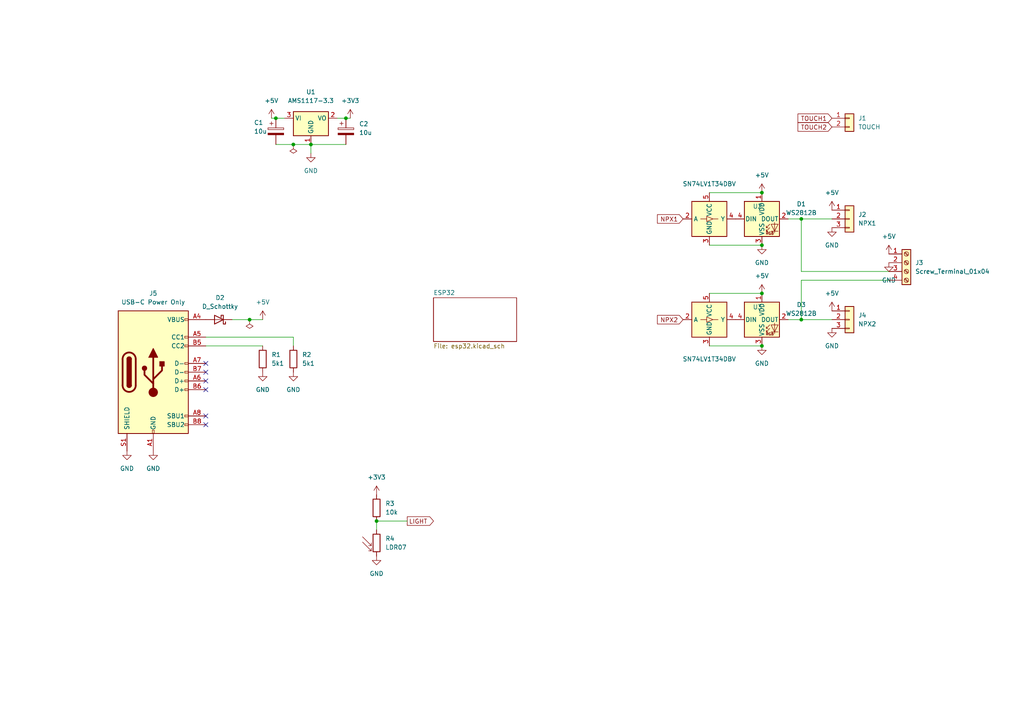
<source format=kicad_sch>
(kicad_sch (version 20230121) (generator eeschema)
  (paper "A4")
  (lib_symbols
    (symbol "Connector:Screw_Terminal_01x04" (pin_names (offset 1.016) hide)
      (property "Reference" "J" (at 0 5.08 0))
      (property "Value" "Screw_Terminal_01x04" (at 0 -7.62 0))
      (symbol "Screw_Terminal_01x04_1_1"
        (rectangle (start -1.27 3.81) (end 1.27 -6.35) (stroke (width 0.254)) (fill (type background)))
        (circle (center 0 -5.08) (radius 0.635) (stroke (width 0.1524)))
        (circle (center 0 -2.54) (radius 0.635) (stroke (width 0.1524)))
        (polyline (pts (xy -0.5334 -4.7498) (xy 0.3302 -5.588)) (stroke (width 0.1524)))
        (polyline (pts (xy -0.5334 -2.2098) (xy 0.3302 -3.048)) (stroke (width 0.1524)))
        (polyline (pts (xy -0.5334 0.3302) (xy 0.3302 -0.508)) (stroke (width 0.1524)))
        (polyline (pts (xy -0.5334 2.8702) (xy 0.3302 2.032)) (stroke (width 0.1524)))
        (polyline (pts (xy -0.3556 -4.572) (xy 0.508 -5.4102)) (stroke (width 0.1524)))
        (polyline (pts (xy -0.3556 -2.032) (xy 0.508 -2.8702)) (stroke (width 0.1524)))
        (polyline (pts (xy -0.3556 0.508) (xy 0.508 -0.3302)) (stroke (width 0.1524)))
        (polyline (pts (xy -0.3556 3.048) (xy 0.508 2.2098)) (stroke (width 0.1524)))
        (circle (center 0 0) (radius 0.635) (stroke (width 0.1524)))
        (circle (center 0 2.54) (radius 0.635) (stroke (width 0.1524)))
        (pin passive line (at -5.08 2.54 0) (length 3.81) (name "Pin_1") (number "1"))
        (pin passive line (at -5.08 0 0) (length 3.81) (name "Pin_2") (number "2"))
        (pin passive line (at -5.08 -2.54 0) (length 3.81) (name "Pin_3") (number "3"))
        (pin passive line (at -5.08 -5.08 0) (length 3.81) (name "Pin_4") (number "4"))
      )
    )
    (symbol "Connector:USB_C_Receptacle_USB2.0" (pin_names (offset 1.016))
      (property "Reference" "J" (at -10.16 19.05 0))
      (property "Value" "USB_C_Receptacle_USB2.0" (at 19.05 19.05 0))
      (symbol "USB_C_Receptacle_USB2.0_0_0"
        (rectangle (start -0.254 -17.78) (end 0.254 -16.764))
        (rectangle (start 10.16 -14.986) (end 9.144 -15.494))
        (rectangle (start 10.16 -12.446) (end 9.144 -12.954))
        (rectangle (start 10.16 -4.826) (end 9.144 -5.334))
        (rectangle (start 10.16 -2.286) (end 9.144 -2.794))
        (rectangle (start 10.16 0.254) (end 9.144 -0.254))
        (rectangle (start 10.16 2.794) (end 9.144 2.286))
        (rectangle (start 10.16 7.874) (end 9.144 7.366))
        (rectangle (start 10.16 10.414) (end 9.144 9.906))
        (rectangle (start 10.16 15.494) (end 9.144 14.986))
      )
      (symbol "USB_C_Receptacle_USB2.0_0_1"
        (rectangle (start -10.16 17.78) (end 10.16 -17.78) (stroke (width 0.254)) (fill (type background)))
        (arc (start -8.89 -3.81) (mid -6.985 -5.7067) (end -5.08 -3.81) (stroke (width 0.508)))
        (arc (start -7.62 -3.81) (mid -6.985 -4.4423) (end -6.35 -3.81) (stroke (width 0.254)))
        (arc (start -7.62 -3.81) (mid -6.985 -4.4423) (end -6.35 -3.81) (stroke (width 0.254)) (fill (type outline)))
        (rectangle (start -7.62 -3.81) (end -6.35 3.81) (stroke (width 0.254)) (fill (type outline)))
        (arc (start -6.35 3.81) (mid -6.985 4.4423) (end -7.62 3.81) (stroke (width 0.254)))
        (arc (start -6.35 3.81) (mid -6.985 4.4423) (end -7.62 3.81) (stroke (width 0.254)) (fill (type outline)))
        (arc (start -5.08 3.81) (mid -6.985 5.7067) (end -8.89 3.81) (stroke (width 0.508)))
        (circle (center -2.54 1.143) (radius 0.635) (stroke (width 0.254)) (fill (type outline)))
        (circle (center 0 -5.842) (radius 1.27) (fill (type outline)))
        (polyline (pts (xy -8.89 -3.81) (xy -8.89 3.81)) (stroke (width 0.508)))
        (polyline (pts (xy -5.08 3.81) (xy -5.08 -3.81)) (stroke (width 0.508)))
        (polyline (pts (xy 0 -5.842) (xy 0 4.318)) (stroke (width 0.508)))
        (polyline (pts (xy 0 -3.302) (xy -2.54 -0.762) (xy -2.54 0.508)) (stroke (width 0.508)))
        (polyline (pts (xy 0 -2.032) (xy 2.54 0.508) (xy 2.54 1.778)) (stroke (width 0.508)))
        (polyline (pts (xy -1.27 4.318) (xy 0 6.858) (xy 1.27 4.318) (xy -1.27 4.318)) (stroke (width 0.254)) (fill (type outline)))
        (rectangle (start 1.905 1.778) (end 3.175 3.048) (stroke (width 0.254)) (fill (type outline)))
      )
      (symbol "USB_C_Receptacle_USB2.0_1_1"
        (pin passive line (at 0 -22.86 90) (length 5.08) (name "GND") (number "A1"))
        (pin passive line (at 0 -22.86 90) (length 5.08) hide (name "GND") (number "A12"))
        (pin passive line (at 15.24 15.24 180) (length 5.08) (name "VBUS") (number "A4"))
        (pin bidirectional line (at 15.24 10.16 180) (length 5.08) (name "CC1") (number "A5"))
        (pin bidirectional line (at 15.24 -2.54 180) (length 5.08) (name "D+") (number "A6"))
        (pin bidirectional line (at 15.24 2.54 180) (length 5.08) (name "D-") (number "A7"))
        (pin bidirectional line (at 15.24 -12.7 180) (length 5.08) (name "SBU1") (number "A8"))
        (pin passive line (at 15.24 15.24 180) (length 5.08) hide (name "VBUS") (number "A9"))
        (pin passive line (at 0 -22.86 90) (length 5.08) hide (name "GND") (number "B1"))
        (pin passive line (at 0 -22.86 90) (length 5.08) hide (name "GND") (number "B12"))
        (pin passive line (at 15.24 15.24 180) (length 5.08) hide (name "VBUS") (number "B4"))
        (pin bidirectional line (at 15.24 7.62 180) (length 5.08) (name "CC2") (number "B5"))
        (pin bidirectional line (at 15.24 -5.08 180) (length 5.08) (name "D+") (number "B6"))
        (pin bidirectional line (at 15.24 0 180) (length 5.08) (name "D-") (number "B7"))
        (pin bidirectional line (at 15.24 -15.24 180) (length 5.08) (name "SBU2") (number "B8"))
        (pin passive line (at 15.24 15.24 180) (length 5.08) hide (name "VBUS") (number "B9"))
        (pin passive line (at -7.62 -22.86 90) (length 5.08) (name "SHIELD") (number "S1"))
      )
    )
    (symbol "Connector_Generic:Conn_01x02" (pin_names (offset 1.016) hide)
      (property "Reference" "J" (at 0 2.54 0))
      (property "Value" "Conn_01x02" (at 0 -5.08 0))
      (symbol "Conn_01x02_1_1"
        (rectangle (start -1.27 -2.413) (end 0 -2.667) (stroke (width 0.1524)))
        (rectangle (start -1.27 0.127) (end 0 -0.127) (stroke (width 0.1524)))
        (rectangle (start -1.27 1.27) (end 1.27 -3.81) (stroke (width 0.254)) (fill (type background)))
        (pin passive line (at -5.08 0 0) (length 3.81) (name "Pin_1") (number "1"))
        (pin passive line (at -5.08 -2.54 0) (length 3.81) (name "Pin_2") (number "2"))
      )
    )
    (symbol "Connector_Generic:Conn_01x03" (pin_names (offset 1.016) hide)
      (property "Reference" "J" (at 0 5.08 0))
      (property "Value" "Conn_01x03" (at 0 -5.08 0))
      (symbol "Conn_01x03_1_1"
        (rectangle (start -1.27 -2.413) (end 0 -2.667) (stroke (width 0.1524)))
        (rectangle (start -1.27 0.127) (end 0 -0.127) (stroke (width 0.1524)))
        (rectangle (start -1.27 2.667) (end 0 2.413) (stroke (width 0.1524)))
        (rectangle (start -1.27 3.81) (end 1.27 -3.81) (stroke (width 0.254)) (fill (type background)))
        (pin passive line (at -5.08 2.54 0) (length 3.81) (name "Pin_1") (number "1"))
        (pin passive line (at -5.08 0 0) (length 3.81) (name "Pin_2") (number "2"))
        (pin passive line (at -5.08 -2.54 0) (length 3.81) (name "Pin_3") (number "3"))
      )
    )
    (symbol "Device:C_Polarized" (pin_numbers hide) (pin_names (offset 0.254))
      (property "Reference" "C" (at 0.635 2.54 0))
      (property "Value" "C_Polarized" (at 0.635 -2.54 0))
      (symbol "C_Polarized_0_1"
        (rectangle (start -2.286 0.508) (end 2.286 1.016))
        (polyline (pts (xy -1.778 2.286) (xy -0.762 2.286)))
        (polyline (pts (xy -1.27 2.794) (xy -1.27 1.778)))
        (rectangle (start 2.286 -0.508) (end -2.286 -1.016) (fill (type outline)))
      )
      (symbol "C_Polarized_1_1"
        (pin passive line (at 0 3.81 270) (length 2.794) (name "~") (number "1"))
        (pin passive line (at 0 -3.81 90) (length 2.794) (name "~") (number "2"))
      )
    )
    (symbol "Device:D_Schottky" (pin_numbers hide) (pin_names (offset 1.016) hide)
      (property "Reference" "D" (at 0 2.54 0))
      (property "Value" "D_Schottky" (at 0 -2.54 0))
      (symbol "D_Schottky_0_1"
        (polyline (pts (xy 1.27 0) (xy -1.27 0)))
        (polyline (pts (xy 1.27 1.27) (xy 1.27 -1.27) (xy -1.27 0) (xy 1.27 1.27)) (stroke (width 0.254)))
        (polyline (pts (xy -1.905 0.635) (xy -1.905 1.27) (xy -1.27 1.27) (xy -1.27 -1.27) (xy -0.635 -1.27) (xy -0.635 -0.635)) (stroke (width 0.254)))
      )
      (symbol "D_Schottky_1_1"
        (pin passive line (at -3.81 0 0) (length 2.54) (name "K") (number "1"))
        (pin passive line (at 3.81 0 180) (length 2.54) (name "A") (number "2"))
      )
    )
    (symbol "Device:R" (pin_numbers hide) (pin_names (offset 0))
      (property "Reference" "R" (at 2.032 0 90))
      (property "Value" "R" (at 0 0 90))
      (symbol "R_0_1"
        (rectangle (start -1.016 -2.54) (end 1.016 2.54) (stroke (width 0.254)))
      )
      (symbol "R_1_1"
        (pin passive line (at 0 3.81 270) (length 1.27) (name "~") (number "1"))
        (pin passive line (at 0 -3.81 90) (length 1.27) (name "~") (number "2"))
      )
    )
    (symbol "LED:WS2812B" (pin_names (offset 0.254))
      (property "Reference" "D" (at 5.08 5.715 0))
      (property "Value" "WS2812B" (at 1.27 -5.715 0))
      (symbol "WS2812B_0_0"
        (text "RGB" (at 2.286 -4.191 0) (effects (font (size 0.762 0.762))))
      )
      (symbol "WS2812B_0_1"
        (polyline (pts (xy 1.27 -3.556) (xy 1.778 -3.556)))
        (polyline (pts (xy 1.27 -2.54) (xy 1.778 -2.54)))
        (polyline (pts (xy 4.699 -3.556) (xy 2.667 -3.556)))
        (polyline (pts (xy 2.286 -2.54) (xy 1.27 -3.556) (xy 1.27 -3.048)))
        (polyline (pts (xy 2.286 -1.524) (xy 1.27 -2.54) (xy 1.27 -2.032)))
        (polyline (pts (xy 3.683 -1.016) (xy 3.683 -3.556) (xy 3.683 -4.064)))
        (polyline (pts (xy 4.699 -1.524) (xy 2.667 -1.524) (xy 3.683 -3.556) (xy 4.699 -1.524)))
        (rectangle (start 5.08 5.08) (end -5.08 -5.08) (stroke (width 0.254)) (fill (type background)))
      )
      (symbol "WS2812B_1_1"
        (pin power_in line (at 0 7.62 270) (length 2.54) (name "VDD") (number "1"))
        (pin output line (at 7.62 0 180) (length 2.54) (name "DOUT") (number "2"))
        (pin power_in line (at 0 -7.62 90) (length 2.54) (name "VSS") (number "3"))
        (pin input line (at -7.62 0 0) (length 2.54) (name "DIN") (number "4"))
      )
    )
    (symbol "Logic_LevelTranslator:SN74LV1T34DBV"
      (property "Reference" "U" (at 5.08 6.35 0))
      (property "Value" "SN74LV1T34DBV" (at 5.08 3.81 0))
      (symbol "SN74LV1T34DBV_0_1"
        (rectangle (start -5.08 5.08) (end 5.08 -5.08) (stroke (width 0.254)) (fill (type background)))
        (polyline (pts (xy -0.762 0) (xy -2.54 0)))
        (polyline (pts (xy 1.016 0) (xy 2.54 0)))
      )
      (symbol "SN74LV1T34DBV_1_1"
        (polyline (pts (xy -0.762 -0.762) (xy -0.762 0.762) (xy 1.016 0) (xy -0.762 -0.762)))
        (pin no_connect line (at -5.08 2.54 0) (length 2.54) hide (name "NC") (number "1"))
        (pin input line (at -7.62 0 0) (length 2.54) (name "A") (number "2"))
        (pin power_in line (at 0 -7.62 90) (length 2.54) (name "GND") (number "3"))
        (pin output line (at 7.62 0 180) (length 2.54) (name "Y") (number "4"))
        (pin power_in line (at 0 7.62 270) (length 2.54) (name "VCC") (number "5"))
      )
    )
    (symbol "Regulator_Linear:AMS1117-3.3"
      (property "Reference" "U" (at -3.81 3.175 0))
      (property "Value" "AMS1117-3.3" (at 0 3.175 0))
      (symbol "AMS1117-3.3_0_1"
        (rectangle (start -5.08 -5.08) (end 5.08 1.905) (stroke (width 0.254)) (fill (type background)))
      )
      (symbol "AMS1117-3.3_1_1"
        (pin power_in line (at 0 -7.62 90) (length 2.54) (name "GND") (number "1"))
        (pin power_out line (at 7.62 0 180) (length 2.54) (name "VO") (number "2"))
        (pin power_in line (at -7.62 0 0) (length 2.54) (name "VI") (number "3"))
      )
    )
    (symbol "Sensor_Optical:LDR07" (pin_numbers hide) (pin_names (offset 0))
      (property "Reference" "R" (at -5.08 0 90))
      (property "Value" "LDR07" (at 1.905 0 90))
      (symbol "LDR07_0_1"
        (rectangle (start -1.016 2.54) (end 1.016 -2.54) (stroke (width 0.254)))
        (polyline (pts (xy -1.524 -2.286) (xy -4.064 0.254)))
        (polyline (pts (xy -1.524 -2.286) (xy -2.286 -2.286)))
        (polyline (pts (xy -1.524 -2.286) (xy -1.524 -1.524)))
        (polyline (pts (xy -1.524 -0.762) (xy -4.064 1.778)))
        (polyline (pts (xy -1.524 -0.762) (xy -2.286 -0.762)))
        (polyline (pts (xy -1.524 -0.762) (xy -1.524 0)))
      )
      (symbol "LDR07_1_1"
        (pin passive line (at 0 3.81 270) (length 1.27) (name "~") (number "1"))
        (pin passive line (at 0 -3.81 90) (length 1.27) (name "~") (number "2"))
      )
    )
    (symbol "power:+3V3" (power) (pin_names (offset 0))
      (property "Value" "+3V3" (at 0 3.556 0))
      (symbol "+3V3_0_1"
        (polyline (pts (xy -0.762 1.27) (xy 0 2.54)))
        (polyline (pts (xy 0 0) (xy 0 2.54)))
        (polyline (pts (xy 0 2.54) (xy 0.762 1.27)))
      )
      (symbol "+3V3_1_1"
        (pin power_in line (at 0 0 90) (length 0) hide (name "+3V3") (number "1"))
      )
    )
    (symbol "power:+5V" (power) (pin_names (offset 0))
      (property "Value" "+5V" (at 0 3.556 0))
      (symbol "+5V_0_1"
        (polyline (pts (xy -0.762 1.27) (xy 0 2.54)))
        (polyline (pts (xy 0 0) (xy 0 2.54)))
        (polyline (pts (xy 0 2.54) (xy 0.762 1.27)))
      )
      (symbol "+5V_1_1"
        (pin power_in line (at 0 0 90) (length 0) hide (name "+5V") (number "1"))
      )
    )
    (symbol "power:GND" (power) (pin_names (offset 0))
      (property "Value" "GND" (at 0 -3.81 0))
      (symbol "GND_0_1"
        (polyline (pts (xy 0 0) (xy 0 -1.27) (xy 1.27 -1.27) (xy 0 -2.54) (xy -1.27 -1.27) (xy 0 -1.27)))
      )
      (symbol "GND_1_1"
        (pin power_in line (at 0 0 270) (length 0) hide (name "GND") (number "1"))
      )
    )
    (symbol "power:PWR_FLAG" (power) (pin_numbers hide) (pin_names (offset 0) hide)
      (property "Value" "PWR_FLAG" (at 0 3.81 0))
      (symbol "PWR_FLAG_0_0"
        (pin power_out line (at 0 0 90) (length 0) (name "pwr") (number "1"))
      )
      (symbol "PWR_FLAG_0_1"
        (polyline (pts (xy 0 0) (xy 0 1.27) (xy -1.016 1.905) (xy 0 2.54) (xy 1.016 1.905) (xy 0 1.27)))
      )
    )
  )
  (junction (at 90.17 41.91))
  (junction (at 220.98 85.09))
  (junction (at 109.22 151.13))
  (junction (at 72.39 92.71))
  (junction (at 232.41 63.5))
  (junction (at 220.98 55.88))
  (junction (at 220.98 100.33))
  (junction (at 80.01 34.29))
  (junction (at 220.98 71.12))
  (junction (at 232.41 92.71))
  (junction (at 85.09 41.91))
  (junction (at 100.33 34.29))
  (no_connect (at 59.69 110.49))
  (no_connect (at 59.69 105.41))
  (no_connect (at 59.69 107.95))
  (no_connect (at 59.69 123.19))
  (no_connect (at 59.69 113.03))
  (no_connect (at 59.69 120.65))
  (wire (pts (xy 59.69 100.33) (xy 76.2 100.33)))
  (wire (pts (xy 67.31 92.71) (xy 72.39 92.71)))
  (wire (pts (xy 228.6 92.71) (xy 232.41 92.71)))
  (wire (pts (xy 100.33 34.29) (xy 101.6 34.29)))
  (wire (pts (xy 232.41 78.74) (xy 257.81 78.74)))
  (wire (pts (xy 228.6 63.5) (xy 232.41 63.5)))
  (wire (pts (xy 232.41 92.71) (xy 232.41 81.28)))
  (wire (pts (xy 109.22 151.13) (xy 118.11 151.13)))
  (wire (pts (xy 59.69 97.79) (xy 85.09 97.79)))
  (wire (pts (xy 232.41 63.5) (xy 232.41 78.74)))
  (wire (pts (xy 232.41 81.28) (xy 257.81 81.28)))
  (wire (pts (xy 205.74 55.88) (xy 220.98 55.88)))
  (wire (pts (xy 232.41 92.71) (xy 241.3 92.71)))
  (wire (pts (xy 80.01 34.29) (xy 82.55 34.29)))
  (wire (pts (xy 80.01 41.91) (xy 85.09 41.91)))
  (wire (pts (xy 85.09 41.91) (xy 90.17 41.91)))
  (wire (pts (xy 232.41 63.5) (xy 241.3 63.5)))
  (wire (pts (xy 85.09 97.79) (xy 85.09 100.33)))
  (wire (pts (xy 72.39 92.71) (xy 76.2 92.71)))
  (wire (pts (xy 109.22 151.13) (xy 109.22 153.67)))
  (wire (pts (xy 90.17 41.91) (xy 90.17 44.45)))
  (wire (pts (xy 205.74 85.09) (xy 220.98 85.09)))
  (wire (pts (xy 78.74 34.29) (xy 80.01 34.29)))
  (wire (pts (xy 205.74 100.33) (xy 220.98 100.33)))
  (wire (pts (xy 90.17 41.91) (xy 100.33 41.91)))
  (wire (pts (xy 97.79 34.29) (xy 100.33 34.29)))
  (wire (pts (xy 205.74 71.12) (xy 220.98 71.12)))
  (global_label "TOUCH1" (shape input) (at 241.3 34.29 180) (property "Intersheetrefs" "${INTERSHEET_REFS}" (effects hide)))
  (global_label "TOUCH2" (shape input) (at 241.3 36.83 180) (property "Intersheetrefs" "${INTERSHEET_REFS}" (effects hide)))
  (global_label "NPX2" (shape input) (at 198.12 92.71 180) (property "Intersheetrefs" "${INTERSHEET_REFS}" (effects hide)))
  (global_label "NPX1" (shape input) (at 198.12 63.5 180) (property "Intersheetrefs" "${INTERSHEET_REFS}" (effects hide)))
  (global_label "LIGHT" (shape output) (at 118.11 151.13 0) (property "Intersheetrefs" "${INTERSHEET_REFS}" (effects hide)))
  (symbol (lib_id "LED:WS2812B") (at 220.98 63.5 0) (unit 1)
    (property "Reference" "D1" (at 232.41 59.1693 0))
    (property "Value" "WS2812B" (at 232.41 61.7093 0))
    (property "Footprint" "LED_SMD:LED_WS2812B_PLCC4_5.0x5.0mm_P3.2mm" (effects hide))
    (property "Datasheet" "https://cdn-shop.adafruit.com/datasheets/WS2812B.pdf" (effects hide))
    (property "LCSC" "C2761795" (effects hide))
  )
  (symbol (lib_id "power:GND") (at 109.22 161.29 0) (unit 1)
    (property "Reference" "#PWR020" (effects hide))
    (property "Value" "GND" (at 109.22 166.37 0))
  )
  (symbol (lib_id "power:GND") (at 44.45 130.81 0) (unit 1)
    (property "Reference" "#PWR018" (effects hide))
    (property "Value" "GND" (at 44.45 135.89 0))
  )
  (symbol (lib_id "Regulator_Linear:AMS1117-3.3") (at 90.17 34.29 0) (unit 1)
    (property "Reference" "U1" (at 90.17 26.67 0))
    (property "Value" "AMS1117-3.3" (at 90.17 29.21 0))
    (property "Footprint" "Package_TO_SOT_SMD:SOT-223-3_TabPin2" (effects hide))
    (property "Datasheet" "http://www.advanced-monolithic.com/pdf/ds1117.pdf" (effects hide))
    (property "LCSC" "C6186" (effects hide))
    (property "JLCPCB_CORRECTION" "0; 0; 180" (effects hide))
  )
  (symbol (lib_id "Device:R") (at 85.09 104.14 0) (unit 1)
    (property "Reference" "R2" (at 87.63 102.8699 0) (effects (justify left)))
    (property "Value" "5k1" (at 87.63 105.4099 0) (effects (justify left)))
    (property "Footprint" "Resistor_SMD:R_0603_1608Metric_Pad0.98x0.95mm_HandSolder" (effects hide))
    (property "LCSC" "C23186" (effects hide))
  )
  (symbol (lib_id "power:+5V") (at 76.2 92.71 0) (unit 1)
    (property "Reference" "#PWR012" (effects hide))
    (property "Value" "+5V" (at 76.2 87.63 0))
  )
  (symbol (lib_id "Device:C_Polarized") (at 80.01 38.1 0) (unit 1)
    (property "Reference" "C1" (at 73.66 35.56 0) (effects (justify left)))
    (property "Value" "10u" (at 73.66 38.1 0) (effects (justify left)))
    (property "Footprint" "Capacitor_SMD:C_1206_3216Metric" (effects hide))
    (property "LCSC" "C13585" (effects hide))
  )
  (symbol (lib_id "power:PWR_FLAG") (at 72.39 92.71 180) (unit 1)
    (property "Reference" "#FLG02" (effects hide))
    (property "Value" "PWR_FLAG" (effects hide))
  )
  (symbol (lib_id "Device:R") (at 109.22 147.32 0) (unit 1)
    (property "Reference" "R3" (at 111.76 146.0499 0) (effects (justify left)))
    (property "Value" "10k" (at 111.76 148.5899 0) (effects (justify left)))
    (property "Footprint" "Resistor_SMD:R_0603_1608Metric_Pad0.98x0.95mm_HandSolder" (effects hide))
    (property "LCSC" "C25804" (effects hide))
  )
  (symbol (lib_id "power:PWR_FLAG") (at 85.09 41.91 180) (unit 1)
    (property "Reference" "#FLG01" (effects hide))
    (property "Value" "PWR_FLAG" (effects hide))
  )
  (symbol (lib_id "Connector:USB_C_Receptacle_USB2.0") (at 44.45 107.95 0) (unit 1)
    (property "Reference" "J5" (at 44.45 85.09 0))
    (property "Value" "USB-C Power Only" (at 44.45 87.63 0))
    (property "Footprint" "USB-C_Power_Only:USB-C_LCSC_C165948" (effects hide))
    (property "Datasheet" "https://www.usb.org/sites/default/files/documents/usb_type-c.zip" (effects hide))
    (property "LCSC" "C165948" (effects hide))
  )
  (symbol (lib_id "power:+5V") (at 220.98 85.09 0) (unit 1)
    (property "Reference" "#PWR010" (effects hide))
    (property "Value" "+5V" (at 220.98 80.01 0))
  )
  (symbol (lib_id "Connector_Generic:Conn_01x02") (at 246.38 34.29 0) (unit 1)
    (property "Reference" "J1" (at 248.92 34.2899 0) (effects (justify left)))
    (property "Value" "TOUCH" (at 248.92 36.8299 0) (effects (justify left)))
    (property "Footprint" "Power_Pads:2 x 0.2 Pads" (effects hide))
  )
  (symbol (lib_id "Logic_LevelTranslator:SN74LV1T34DBV") (at 205.74 63.5 0) (unit 1)
    (property "Reference" "U2" (at 219.71 59.8521 0))
    (property "Value" "SN74LV1T34DBV" (at 205.74 53.34 0))
    (property "Footprint" "Package_TO_SOT_SMD:SOT-23-5" (effects hide))
    (property "Datasheet" "https://www.ti.com/lit/ds/symlink/sn74lv1t34.pdf" (effects hide))
    (property "LCSC" "C100024" (effects hide))
  )
  (symbol (lib_id "power:+5V") (at 241.3 60.96 0) (unit 1)
    (property "Reference" "#PWR05" (effects hide))
    (property "Value" "+5V" (at 241.3 55.88 0))
  )
  (symbol (lib_id "power:GND") (at 36.83 130.81 0) (unit 1)
    (property "Reference" "#PWR017" (effects hide))
    (property "Value" "GND" (at 36.83 135.89 0))
  )
  (symbol (lib_id "Device:R") (at 76.2 104.14 0) (unit 1)
    (property "Reference" "R1" (at 78.74 102.8699 0) (effects (justify left)))
    (property "Value" "5k1" (at 78.74 105.4099 0) (effects (justify left)))
    (property "Footprint" "Resistor_SMD:R_0603_1608Metric_Pad0.98x0.95mm_HandSolder" (effects hide))
    (property "LCSC" "C23186" (effects hide))
  )
  (symbol (lib_id "power:GND") (at 85.09 107.95 0) (unit 1)
    (property "Reference" "#PWR016" (effects hide))
    (property "Value" "GND" (at 85.09 113.03 0))
  )
  (symbol (lib_id "power:+3V3") (at 101.6 34.29 0) (unit 1)
    (property "Reference" "#PWR02" (effects hide))
    (property "Value" "+3V3" (at 101.6 29.21 0))
  )
  (symbol (lib_id "LED:WS2812B") (at 220.98 92.71 0) (unit 1)
    (property "Reference" "D3" (at 232.41 88.3793 0))
    (property "Value" "WS2812B" (at 232.41 90.9193 0))
    (property "Footprint" "LED_SMD:LED_WS2812B_PLCC4_5.0x5.0mm_P3.2mm" (effects hide))
    (property "Datasheet" "https://cdn-shop.adafruit.com/datasheets/WS2812B.pdf" (effects hide))
    (property "LCSC" "C2761795" (effects hide))
  )
  (symbol (lib_id "power:GND") (at 76.2 107.95 0) (unit 1)
    (property "Reference" "#PWR015" (effects hide))
    (property "Value" "GND" (at 76.2 113.03 0))
  )
  (symbol (lib_id "Device:D_Schottky") (at 63.5 92.71 180) (unit 1)
    (property "Reference" "D2" (at 63.8175 86.36 0))
    (property "Value" "D_Schottky" (at 63.8175 88.9 0))
    (property "Footprint" "Diode_SMD:D_SMA" (effects hide))
    (property "LCSC" "C14996" (effects hide))
  )
  (symbol (lib_id "power:+5V") (at 220.98 55.88 0) (unit 1)
    (property "Reference" "#PWR04" (effects hide))
    (property "Value" "+5V" (at 220.98 50.8 0))
  )
  (symbol (lib_id "power:+5V") (at 257.81 73.66 0) (unit 1)
    (property "Reference" "#PWR08" (effects hide))
    (property "Value" "+5V" (at 257.81 68.58 0))
  )
  (symbol (lib_id "power:GND") (at 220.98 100.33 0) (unit 1)
    (property "Reference" "#PWR014" (effects hide))
    (property "Value" "GND" (at 220.98 105.41 0))
  )
  (symbol (lib_id "power:+5V") (at 241.3 90.17 0) (unit 1)
    (property "Reference" "#PWR011" (effects hide))
    (property "Value" "+5V" (at 241.3 85.09 0))
  )
  (symbol (lib_id "power:GND") (at 90.17 44.45 0) (unit 1)
    (property "Reference" "#PWR03" (effects hide))
    (property "Value" "GND" (at 90.17 49.53 0))
  )
  (symbol (lib_id "power:GND") (at 257.81 76.2 0) (unit 1)
    (property "Reference" "#PWR09" (effects hide))
    (property "Value" "GND" (at 257.81 81.28 0))
  )
  (symbol (lib_id "Connector_Generic:Conn_01x03") (at 246.38 63.5 0) (unit 1)
    (property "Reference" "J2" (at 248.92 62.2299 0) (effects (justify left)))
    (property "Value" "NPX1" (at 248.92 64.7699 0) (effects (justify left)))
    (property "Footprint" "Connector_PinHeader_2.54mm:PinHeader_1x03_P2.54mm_Vertical" (effects hide))
  )
  (symbol (lib_id "Sensor_Optical:LDR07") (at 109.22 157.48 0) (unit 1)
    (property "Reference" "R4" (at 111.76 156.2099 0) (effects (justify left)))
    (property "Value" "LDR07" (at 111.76 158.7499 0) (effects (justify left)))
    (property "Footprint" "OptoDevice:R_LDR_5.1x4.3mm_P3.4mm_Vertical" (effects hide))
    (property "Datasheet" "http://www.tme.eu/de/Document/f2e3ad76a925811312d226c31da4cd7e/LDR07.pdf" (effects hide))
  )
  (symbol (lib_id "power:+3V3") (at 109.22 143.51 0) (unit 1)
    (property "Reference" "#PWR019" (effects hide))
    (property "Value" "+3V3" (at 109.22 138.43 0))
  )
  (symbol (lib_id "Connector_Generic:Conn_01x03") (at 246.38 92.71 0) (unit 1)
    (property "Reference" "J4" (at 248.92 91.4399 0) (effects (justify left)))
    (property "Value" "NPX2" (at 248.92 93.9799 0) (effects (justify left)))
    (property "Footprint" "Connector_PinHeader_2.54mm:PinHeader_1x03_P2.54mm_Vertical" (effects hide))
  )
  (symbol (lib_id "Logic_LevelTranslator:SN74LV1T34DBV") (at 205.74 92.71 0) (unit 1)
    (property "Reference" "U3" (at 219.71 89.0621 0))
    (property "Value" "SN74LV1T34DBV" (at 205.74 104.14 0))
    (property "Footprint" "Package_TO_SOT_SMD:SOT-23-5" (effects hide))
    (property "Datasheet" "https://www.ti.com/lit/ds/symlink/sn74lv1t34.pdf" (effects hide))
    (property "LCSC" "C100024" (effects hide))
  )
  (symbol (lib_id "Connector:Screw_Terminal_01x04") (at 262.89 76.2 0) (unit 1)
    (property "Reference" "J3" (at 265.43 76.2 0) (effects (justify left)))
    (property "Value" "Screw_Terminal_01x04" (at 265.43 78.74 0) (effects (justify left)))
    (property "Footprint" "TerminalBlock:TerminalBlock_bornier-4_P5.08mm" (effects hide))
  )
  (symbol (lib_id "power:+5V") (at 78.74 34.29 0) (unit 1)
    (property "Reference" "#PWR01" (effects hide))
    (property "Value" "+5V" (at 78.74 29.21 0))
  )
  (symbol (lib_id "power:GND") (at 241.3 95.25 0) (unit 1)
    (property "Reference" "#PWR013" (effects hide))
    (property "Value" "GND" (at 241.3 100.33 0))
  )
  (symbol (lib_id "power:GND") (at 220.98 71.12 0) (unit 1)
    (property "Reference" "#PWR07" (effects hide))
    (property "Value" "GND" (at 220.98 76.2 0))
  )
  (symbol (lib_id "power:GND") (at 241.3 66.04 0) (unit 1)
    (property "Reference" "#PWR06" (effects hide))
    (property "Value" "GND" (at 241.3 71.12 0))
  )
  (symbol (lib_id "Device:C_Polarized") (at 100.33 38.1 0) (unit 1)
    (property "Reference" "C2" (at 104.14 35.9409 0) (effects (justify left)))
    (property "Value" "10u" (at 104.14 38.4809 0) (effects (justify left)))
    (property "Footprint" "Capacitor_SMD:C_1206_3216Metric" (effects hide))
    (property "LCSC" "C13585" (effects hide))
  )
  (sheet (at 125.73 86.36) (size 24.13 12.7) (stroke (width 0.1524))
    (property "Sheetname" "ESP32" (at 125.73 85.6484 0) (effects (justify left bottom)))
    (property "Sheetfile" "esp32.kicad_sch" (at 125.73 99.6446 0) (effects (justify left top)))
  )
)
</source>
